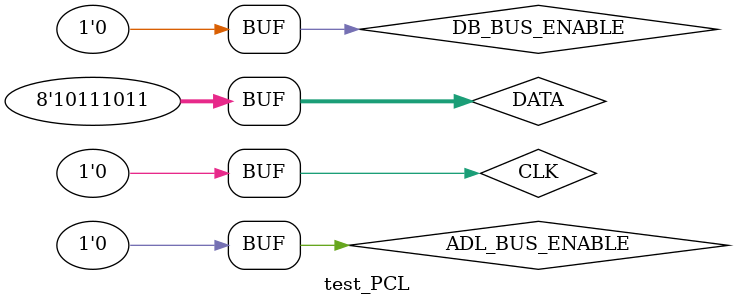
<source format=v>
`timescale 1ns / 1ps


module test_PCL;

	// Inputs
	reg DB_BUS_ENABLE;
	reg ADL_BUS_ENABLE;
	reg CLK;
	reg [7:0] DATA;

	// Outputs
	wire [7:0] DB_BUS;
	wire [7:0] ADL_BUS;
	wire [7:0] PCL_LOOP;

	// Instantiate the Unit Under Test (UUT)
	reg_PCL uut (
		.DB_BUS_ENABLE(DB_BUS_ENABLE), 
		.ADL_BUS_ENABLE(ADL_BUS_ENABLE), 
		.CLK(CLK), 
		.DATA(DATA), 
		.DB_BUS(DB_BUS), 
		.ADL_BUS(ADL_BUS), 
		.PCL_LOOP(PCL_LOOP)
	);

	initial begin
		// Initialize Inputs
		DB_BUS_ENABLE = 0;
		ADL_BUS_ENABLE = 0;
		CLK = 0;
		DATA = 0;

		// Wait 100 ns for global reset to finish
		#100;
        
		// Add stimulus here
		$monitor($time, ": CLOCK_SIGNAL: %b, DB_ENABLE_SIGNAL: %b, ADL_ENABLE_SIGNAL: %b, DATA_IN_STATE: %h, DB_DATA_OUT_STATE: %h, ADL_DATA_OUT_STATE: %h, LOOPBACK_DATA_OUT_STATE: %h",
		CLK, DB_BUS_ENABLE, ADL_BUS_ENABLE, DATA, DB_BUS, ADL_BUS, PCL_LOOP);
		
		#1;
		$display("Expected outputs: DB=XX, ADL=XX, LOOP=XX");
		
		DATA = 8'hAA;
		#1;
		$display("Expected outputs: DB=XX, ADL=XX, LOOP=XX");
		
		CLK = 1;
		#1;
		CLK = 0;
		#1;
		$display("Expected outputs: DB=XX, ADL=XX, LOOP=AA");
		
		DB_BUS_ENABLE = 1;
		#1;
		DB_BUS_ENABLE = 0;
		#1;
		$display("Expected outputs: DB=AA, ADL=XX, LOOP=AA");
		
		DATA = 8'hBB;
		#1;
		$display("Expected outputs: DB=AA, ADL=XX, LOOP=AA");
		
		CLK = 1;
		#1;
		CLK = 0;
		#1;
		$display("Expected outputs: DB=AA, ADL=XX, LOOP=BB");
		
		ADL_BUS_ENABLE = 1;
		#1;
		ADL_BUS_ENABLE = 0;
		#1;
		$display("Expected outputs: DB=AA, ADL=BB, LOOP=BB");
		

	end
      
endmodule


</source>
